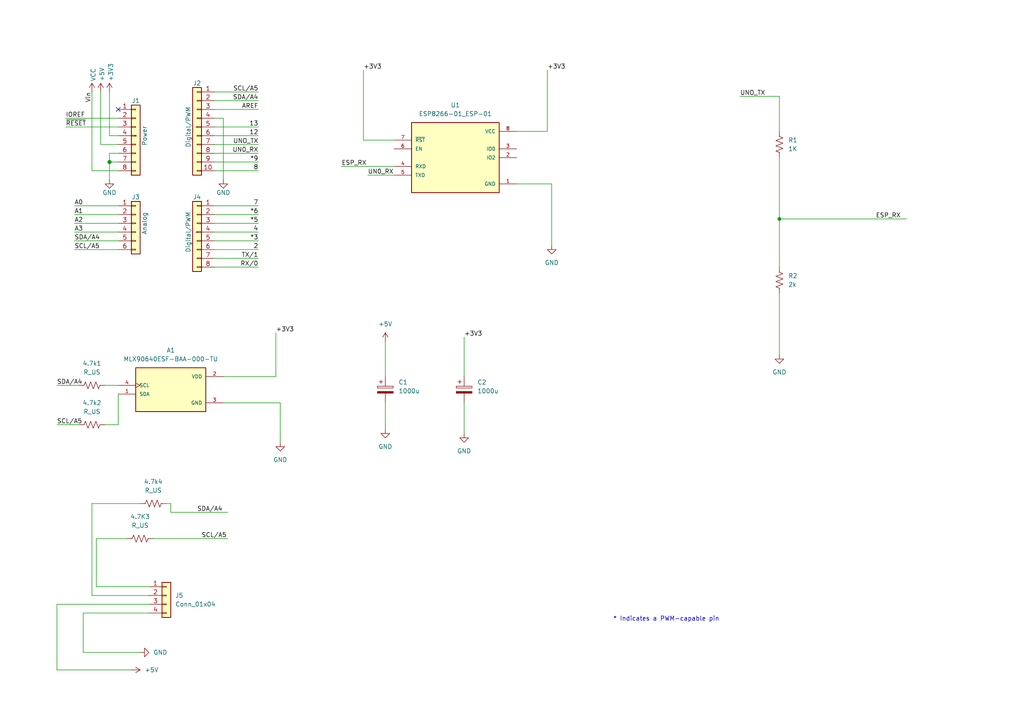
<source format=kicad_sch>
(kicad_sch (version 20230121) (generator eeschema)
  (paper "A4")
  (title_block (date "mar. 31 mars 2015"))
  (lib_symbols
    (symbol "Connector_Generic:Conn_01x04" (pin_names (offset 1.016) hide)
      (property "Reference" "J" (at 0 5.08 0))
      (property "Value" "Conn_01x04" (at 0 -7.62 0))
      (symbol "Conn_01x04_1_1"
        (rectangle (start -1.27 -4.953) (end 0 -5.207) (stroke (width 0.1524)))
        (rectangle (start -1.27 -2.413) (end 0 -2.667) (stroke (width 0.1524)))
        (rectangle (start -1.27 0.127) (end 0 -0.127) (stroke (width 0.1524)))
        (rectangle (start -1.27 2.667) (end 0 2.413) (stroke (width 0.1524)))
        (rectangle (start -1.27 3.81) (end 1.27 -6.35) (stroke (width 0.254)) (fill (type background)))
        (pin passive line (at -5.08 2.54 0) (length 3.81) (name "Pin_1") (number "1"))
        (pin passive line (at -5.08 0 0) (length 3.81) (name "Pin_2") (number "2"))
        (pin passive line (at -5.08 -2.54 0) (length 3.81) (name "Pin_3") (number "3"))
        (pin passive line (at -5.08 -5.08 0) (length 3.81) (name "Pin_4") (number "4"))
      )
    )
    (symbol "Connector_Generic:Conn_01x06" (pin_names (offset 1.016) hide)
      (property "Reference" "J" (at 0 7.62 0))
      (property "Value" "Conn_01x06" (at 0 -10.16 0))
      (symbol "Conn_01x06_1_1"
        (rectangle (start -1.27 -7.493) (end 0 -7.747) (stroke (width 0.1524)))
        (rectangle (start -1.27 -4.953) (end 0 -5.207) (stroke (width 0.1524)))
        (rectangle (start -1.27 -2.413) (end 0 -2.667) (stroke (width 0.1524)))
        (rectangle (start -1.27 0.127) (end 0 -0.127) (stroke (width 0.1524)))
        (rectangle (start -1.27 2.667) (end 0 2.413) (stroke (width 0.1524)))
        (rectangle (start -1.27 5.207) (end 0 4.953) (stroke (width 0.1524)))
        (rectangle (start -1.27 6.35) (end 1.27 -8.89) (stroke (width 0.254)) (fill (type background)))
        (pin passive line (at -5.08 5.08 0) (length 3.81) (name "Pin_1") (number "1"))
        (pin passive line (at -5.08 2.54 0) (length 3.81) (name "Pin_2") (number "2"))
        (pin passive line (at -5.08 0 0) (length 3.81) (name "Pin_3") (number "3"))
        (pin passive line (at -5.08 -2.54 0) (length 3.81) (name "Pin_4") (number "4"))
        (pin passive line (at -5.08 -5.08 0) (length 3.81) (name "Pin_5") (number "5"))
        (pin passive line (at -5.08 -7.62 0) (length 3.81) (name "Pin_6") (number "6"))
      )
    )
    (symbol "Connector_Generic:Conn_01x08" (pin_names (offset 1.016) hide)
      (property "Reference" "J" (at 0 10.16 0))
      (property "Value" "Conn_01x08" (at 0 -12.7 0))
      (symbol "Conn_01x08_1_1"
        (rectangle (start -1.27 -10.033) (end 0 -10.287) (stroke (width 0.1524)))
        (rectangle (start -1.27 -7.493) (end 0 -7.747) (stroke (width 0.1524)))
        (rectangle (start -1.27 -4.953) (end 0 -5.207) (stroke (width 0.1524)))
        (rectangle (start -1.27 -2.413) (end 0 -2.667) (stroke (width 0.1524)))
        (rectangle (start -1.27 0.127) (end 0 -0.127) (stroke (width 0.1524)))
        (rectangle (start -1.27 2.667) (end 0 2.413) (stroke (width 0.1524)))
        (rectangle (start -1.27 5.207) (end 0 4.953) (stroke (width 0.1524)))
        (rectangle (start -1.27 7.747) (end 0 7.493) (stroke (width 0.1524)))
        (rectangle (start -1.27 8.89) (end 1.27 -11.43) (stroke (width 0.254)) (fill (type background)))
        (pin passive line (at -5.08 7.62 0) (length 3.81) (name "Pin_1") (number "1"))
        (pin passive line (at -5.08 5.08 0) (length 3.81) (name "Pin_2") (number "2"))
        (pin passive line (at -5.08 2.54 0) (length 3.81) (name "Pin_3") (number "3"))
        (pin passive line (at -5.08 0 0) (length 3.81) (name "Pin_4") (number "4"))
        (pin passive line (at -5.08 -2.54 0) (length 3.81) (name "Pin_5") (number "5"))
        (pin passive line (at -5.08 -5.08 0) (length 3.81) (name "Pin_6") (number "6"))
        (pin passive line (at -5.08 -7.62 0) (length 3.81) (name "Pin_7") (number "7"))
        (pin passive line (at -5.08 -10.16 0) (length 3.81) (name "Pin_8") (number "8"))
      )
    )
    (symbol "Connector_Generic:Conn_01x10" (pin_names (offset 1.016) hide)
      (property "Reference" "J" (at 0 12.7 0))
      (property "Value" "Conn_01x10" (at 0 -15.24 0))
      (symbol "Conn_01x10_1_1"
        (rectangle (start -1.27 -12.573) (end 0 -12.827) (stroke (width 0.1524)))
        (rectangle (start -1.27 -10.033) (end 0 -10.287) (stroke (width 0.1524)))
        (rectangle (start -1.27 -7.493) (end 0 -7.747) (stroke (width 0.1524)))
        (rectangle (start -1.27 -4.953) (end 0 -5.207) (stroke (width 0.1524)))
        (rectangle (start -1.27 -2.413) (end 0 -2.667) (stroke (width 0.1524)))
        (rectangle (start -1.27 0.127) (end 0 -0.127) (stroke (width 0.1524)))
        (rectangle (start -1.27 2.667) (end 0 2.413) (stroke (width 0.1524)))
        (rectangle (start -1.27 5.207) (end 0 4.953) (stroke (width 0.1524)))
        (rectangle (start -1.27 7.747) (end 0 7.493) (stroke (width 0.1524)))
        (rectangle (start -1.27 10.287) (end 0 10.033) (stroke (width 0.1524)))
        (rectangle (start -1.27 11.43) (end 1.27 -13.97) (stroke (width 0.254)) (fill (type background)))
        (pin passive line (at -5.08 10.16 0) (length 3.81) (name "Pin_1") (number "1"))
        (pin passive line (at -5.08 -12.7 0) (length 3.81) (name "Pin_10") (number "10"))
        (pin passive line (at -5.08 7.62 0) (length 3.81) (name "Pin_2") (number "2"))
        (pin passive line (at -5.08 5.08 0) (length 3.81) (name "Pin_3") (number "3"))
        (pin passive line (at -5.08 2.54 0) (length 3.81) (name "Pin_4") (number "4"))
        (pin passive line (at -5.08 0 0) (length 3.81) (name "Pin_5") (number "5"))
        (pin passive line (at -5.08 -2.54 0) (length 3.81) (name "Pin_6") (number "6"))
        (pin passive line (at -5.08 -5.08 0) (length 3.81) (name "Pin_7") (number "7"))
        (pin passive line (at -5.08 -7.62 0) (length 3.81) (name "Pin_8") (number "8"))
        (pin passive line (at -5.08 -10.16 0) (length 3.81) (name "Pin_9") (number "9"))
      )
    )
    (symbol "Device:C_Polarized" (pin_numbers hide) (pin_names (offset 0.254))
      (property "Reference" "C" (at 0.635 2.54 0))
      (property "Value" "C_Polarized" (at 0.635 -2.54 0))
      (symbol "C_Polarized_0_1"
        (rectangle (start -2.286 0.508) (end 2.286 1.016))
        (polyline (pts (xy -1.778 2.286) (xy -0.762 2.286)))
        (polyline (pts (xy -1.27 2.794) (xy -1.27 1.778)))
        (rectangle (start 2.286 -0.508) (end -2.286 -1.016) (fill (type outline)))
      )
      (symbol "C_Polarized_1_1"
        (pin passive line (at 0 3.81 270) (length 2.794) (name "~") (number "1"))
        (pin passive line (at 0 -3.81 90) (length 2.794) (name "~") (number "2"))
      )
    )
    (symbol "Device:R_US" (pin_numbers hide) (pin_names (offset 0))
      (property "Reference" "R" (at 2.54 0 90))
      (property "Value" "R_US" (at -2.54 0 90))
      (symbol "R_US_0_1"
        (polyline (pts (xy 0 -2.286) (xy 0 -2.54)))
        (polyline (pts (xy 0 2.286) (xy 0 2.54)))
        (polyline (pts (xy 0 -0.762) (xy 1.016 -1.143) (xy 0 -1.524) (xy -1.016 -1.905) (xy 0 -2.286)))
        (polyline (pts (xy 0 0.762) (xy 1.016 0.381) (xy 0 0) (xy -1.016 -0.381) (xy 0 -0.762)))
        (polyline (pts (xy 0 2.286) (xy 1.016 1.905) (xy 0 1.524) (xy -1.016 1.143) (xy 0 0.762)))
      )
      (symbol "R_US_1_1"
        (pin passive line (at 0 3.81 270) (length 1.27) (name "~") (number "1"))
        (pin passive line (at 0 -3.81 90) (length 1.27) (name "~") (number "2"))
      )
    )
    (symbol "ESP8266-01_ESP-01:ESP8266-01_ESP-01" (pin_names (offset 1.016))
      (property "Reference" "U" (at -12.7094 10.6778 0))
      (property "Value" "ESP8266-01_ESP-01" (at -12.7131 -12.7131 0))
      (symbol "ESP8266-01_ESP-01_0_0"
        (rectangle (start -12.7 -10.16) (end 12.7 10.16) (stroke (width 0.254)) (fill (type background)))
        (pin power_in line (at 17.78 -7.62 180) (length 5.08) (name "GND") (number "1"))
        (pin bidirectional line (at 17.78 0 180) (length 5.08) (name "IO2") (number "2"))
        (pin bidirectional line (at 17.78 2.54 180) (length 5.08) (name "IO0") (number "3"))
        (pin input line (at -17.78 -2.54 0) (length 5.08) (name "RXD") (number "4"))
        (pin output line (at -17.78 -5.08 0) (length 5.08) (name "TXD") (number "5"))
        (pin input line (at -17.78 2.54 0) (length 5.08) (name "EN") (number "6"))
        (pin input line (at -17.78 5.08 0) (length 5.08) (name "~{RST}") (number "7"))
        (pin power_in line (at 17.78 7.62 180) (length 5.08) (name "VCC") (number "8"))
      )
    )
    (symbol "MLX90640ESF-BAA-000-TU:MLX90640ESF-BAA-000-TU" (pin_names (offset 1.016))
      (property "Reference" "A" (at -10.16 6.35 0))
      (property "Value" "MLX90640ESF-BAA-000-TU" (at -10.16 -8.89 0))
      (symbol "MLX90640ESF-BAA-000-TU_0_0"
        (rectangle (start -10.16 -7.62) (end 10.16 5.08) (stroke (width 0.254)) (fill (type background)))
        (pin bidirectional line (at -15.24 -2.54 0) (length 5.08) (name "SDA") (number "1"))
        (pin power_in line (at 15.24 2.54 180) (length 5.08) (name "VDD") (number "2"))
        (pin power_in line (at 15.24 -5.08 180) (length 5.08) (name "GND") (number "3"))
        (pin input clock (at -15.24 0 0) (length 5.08) (name "SCL") (number "4"))
      )
    )
    (symbol "power:+3V3" (power) (pin_names (offset 0))
      (property "Value" "+3V3" (at 0 3.556 0))
      (symbol "+3V3_0_1"
        (polyline (pts (xy -0.762 1.27) (xy 0 2.54)))
        (polyline (pts (xy 0 0) (xy 0 2.54)))
        (polyline (pts (xy 0 2.54) (xy 0.762 1.27)))
      )
      (symbol "+3V3_1_1"
        (pin power_in line (at 0 0 90) (length 0) hide (name "+3V3") (number "1"))
      )
    )
    (symbol "power:+5V" (power) (pin_names (offset 0))
      (property "Value" "+5V" (at 0 3.556 0))
      (symbol "+5V_0_1"
        (polyline (pts (xy -0.762 1.27) (xy 0 2.54)))
        (polyline (pts (xy 0 0) (xy 0 2.54)))
        (polyline (pts (xy 0 2.54) (xy 0.762 1.27)))
      )
      (symbol "+5V_1_1"
        (pin power_in line (at 0 0 90) (length 0) hide (name "+5V") (number "1"))
      )
    )
    (symbol "power:GND" (power) (pin_names (offset 0))
      (property "Value" "GND" (at 0 -3.81 0))
      (symbol "GND_0_1"
        (polyline (pts (xy 0 0) (xy 0 -1.27) (xy 1.27 -1.27) (xy 0 -2.54) (xy -1.27 -1.27) (xy 0 -1.27)))
      )
      (symbol "GND_1_1"
        (pin power_in line (at 0 0 270) (length 0) hide (name "GND") (number "1"))
      )
    )
    (symbol "power:VCC" (power) (pin_names (offset 0))
      (property "Value" "VCC" (at 0 3.81 0))
      (symbol "VCC_0_1"
        (polyline (pts (xy -0.762 1.27) (xy 0 2.54)))
        (polyline (pts (xy 0 0) (xy 0 2.54)))
        (polyline (pts (xy 0 2.54) (xy 0.762 1.27)))
      )
      (symbol "VCC_1_1"
        (pin power_in line (at 0 0 90) (length 0) hide (name "VCC") (number "1"))
      )
    )
  )
  (junction (at 226.06 63.5))
  (junction (at 31.75 46.99) (diameter 1.016))
  (no_connect (at 34.29 31.75))
  (wire (pts (xy 62.23 77.47) (xy 74.93 77.47)))
  (wire (pts (xy 27.94 170.18) (xy 27.94 156.21)))
  (wire (pts (xy 62.23 44.45) (xy 74.93 44.45)))
  (wire (pts (xy 43.18 177.8) (xy 24.13 177.8)))
  (wire (pts (xy 64.77 116.84) (xy 81.28 116.84)))
  (wire (pts (xy 149.86 53.34) (xy 160.02 53.34)))
  (wire (pts (xy 62.23 26.67) (xy 74.93 26.67)))
  (wire (pts (xy 16.51 111.76) (xy 22.86 111.76)))
  (wire (pts (xy 226.06 63.5) (xy 226.06 77.47)))
  (wire (pts (xy 24.13 177.8) (xy 24.13 189.23)))
  (wire (pts (xy 226.06 45.72) (xy 226.06 63.5)))
  (wire (pts (xy 31.75 44.45) (xy 31.75 46.99)))
  (wire (pts (xy 21.59 72.39) (xy 34.29 72.39)))
  (wire (pts (xy 34.29 123.19) (xy 30.48 123.19)))
  (wire (pts (xy 43.18 170.18) (xy 27.94 170.18)))
  (wire (pts (xy 31.75 46.99) (xy 31.75 52.07)))
  (wire (pts (xy 49.53 146.05) (xy 48.26 146.05)))
  (wire (pts (xy 49.53 148.59) (xy 49.53 146.05)))
  (wire (pts (xy 31.75 39.37) (xy 34.29 39.37)))
  (wire (pts (xy 29.21 41.91) (xy 34.29 41.91)))
  (wire (pts (xy 29.21 26.67) (xy 29.21 41.91)))
  (wire (pts (xy 149.86 38.1) (xy 158.75 38.1)))
  (wire (pts (xy 99.06 48.26) (xy 114.3 48.26)))
  (wire (pts (xy 160.02 53.34) (xy 160.02 71.12)))
  (wire (pts (xy 62.23 36.83) (xy 74.93 36.83)))
  (wire (pts (xy 81.28 116.84) (xy 81.28 128.27)))
  (wire (pts (xy 158.75 38.1) (xy 158.75 20.32)))
  (wire (pts (xy 31.75 26.67) (xy 31.75 39.37)))
  (wire (pts (xy 62.23 59.69) (xy 74.93 59.69)))
  (wire (pts (xy 34.29 59.69) (xy 21.59 59.69)))
  (wire (pts (xy 62.23 39.37) (xy 74.93 39.37)))
  (wire (pts (xy 16.51 175.26) (xy 16.51 194.31)))
  (wire (pts (xy 111.76 116.84) (xy 111.76 124.46)))
  (wire (pts (xy 62.23 62.23) (xy 74.93 62.23)))
  (wire (pts (xy 226.06 85.09) (xy 226.06 102.87)))
  (wire (pts (xy 62.23 46.99) (xy 74.93 46.99)))
  (wire (pts (xy 226.06 38.1) (xy 226.06 27.94)))
  (wire (pts (xy 214.63 27.94) (xy 226.06 27.94)))
  (wire (pts (xy 111.76 99.06) (xy 111.76 109.22)))
  (wire (pts (xy 62.23 67.31) (xy 74.93 67.31)))
  (wire (pts (xy 16.51 123.19) (xy 22.86 123.19)))
  (wire (pts (xy 44.45 156.21) (xy 66.04 156.21)))
  (wire (pts (xy 134.62 97.79) (xy 134.62 109.22)))
  (wire (pts (xy 19.05 34.29) (xy 34.29 34.29)))
  (wire (pts (xy 80.01 96.52) (xy 80.01 109.22)))
  (wire (pts (xy 64.77 109.22) (xy 80.01 109.22)))
  (wire (pts (xy 43.18 172.72) (xy 26.67 172.72)))
  (wire (pts (xy 34.29 114.3) (xy 34.29 123.19)))
  (wire (pts (xy 30.48 111.76) (xy 34.29 111.76)))
  (wire (pts (xy 64.77 34.29) (xy 64.77 52.07)))
  (wire (pts (xy 106.68 50.8) (xy 114.3 50.8)))
  (wire (pts (xy 62.23 31.75) (xy 74.93 31.75)))
  (wire (pts (xy 34.29 64.77) (xy 21.59 64.77)))
  (wire (pts (xy 19.05 36.83) (xy 34.29 36.83)))
  (wire (pts (xy 26.67 146.05) (xy 26.67 172.72)))
  (wire (pts (xy 34.29 46.99) (xy 31.75 46.99)))
  (wire (pts (xy 24.13 189.23) (xy 40.64 189.23)))
  (wire (pts (xy 34.29 49.53) (xy 26.67 49.53)))
  (wire (pts (xy 21.59 62.23) (xy 34.29 62.23)))
  (wire (pts (xy 27.94 156.21) (xy 36.83 156.21)))
  (wire (pts (xy 62.23 34.29) (xy 64.77 34.29)))
  (wire (pts (xy 34.29 44.45) (xy 31.75 44.45)))
  (wire (pts (xy 62.23 41.91) (xy 74.93 41.91)))
  (wire (pts (xy 62.23 64.77) (xy 74.93 64.77)))
  (wire (pts (xy 21.59 67.31) (xy 34.29 67.31)))
  (wire (pts (xy 26.67 146.05) (xy 40.64 146.05)))
  (wire (pts (xy 43.18 175.26) (xy 16.51 175.26)))
  (wire (pts (xy 62.23 29.21) (xy 74.93 29.21)))
  (wire (pts (xy 49.53 148.59) (xy 66.04 148.59)))
  (wire (pts (xy 226.06 63.5) (xy 262.89 63.5)))
  (wire (pts (xy 62.23 72.39) (xy 74.93 72.39)))
  (wire (pts (xy 62.23 69.85) (xy 74.93 69.85)))
  (wire (pts (xy 134.62 116.84) (xy 134.62 125.73)))
  (wire (pts (xy 105.41 40.64) (xy 114.3 40.64)))
  (wire (pts (xy 16.51 194.31) (xy 38.1 194.31)))
  (wire (pts (xy 62.23 74.93) (xy 74.93 74.93)))
  (wire (pts (xy 26.67 49.53) (xy 26.67 26.67)))
  (wire (pts (xy 105.41 20.32) (xy 105.41 40.64)))
  (wire (pts (xy 34.29 69.85) (xy 21.59 69.85)))
  (wire (pts (xy 62.23 49.53) (xy 74.93 49.53)))
  (text "* Indicates a PWM-capable pin" (at 177.8 180.34 0) (effects (font (size 1.27 1.27)) (justify left bottom)))
  (label "RX{slash}0" (at 74.93 77.47 180))
  (label "SDA{slash}A4" (at 16.51 111.76 0))
  (label "A2" (at 21.59 64.77 0))
  (label "4" (at 74.93 67.31 180))
  (label "2" (at 74.93 72.39 180))
  (label "A3" (at 21.59 67.31 0))
  (label "13" (at 74.93 36.83 180))
  (label "+3V3" (at 158.75 20.32 0))
  (label "12" (at 74.93 39.37 180))
  (label "ESP_RX" (at 99.06 48.26 0))
  (label "SDA{slash}A4" (at 57.15 148.59 0))
  (label "~{RESET}" (at 19.05 36.83 0))
  (label "+3V3" (at 134.62 97.79 0))
  (label "+3V3" (at 105.41 20.32 0))
  (label "UN0_RX" (at 74.93 44.45 180))
  (label "7" (at 74.93 59.69 180))
  (label "SDA{slash}A4" (at 74.93 29.21 180))
  (label "8" (at 74.93 49.53 180))
  (label "+3V3" (at 80.01 96.52 0))
  (label "UNO_TX" (at 74.93 41.91 180))
  (label "*3" (at 74.93 69.85 180))
  (label "A1" (at 21.59 62.23 0))
  (label "TX{slash}1" (at 74.93 74.93 180))
  (label "A0" (at 21.59 59.69 0))
  (label "AREF" (at 74.93 31.75 180))
  (label "SCL{slash}A5" (at 58.42 156.21 0))
  (label "UN0_RX" (at 106.68 50.8 0))
  (label "Vin" (at 26.67 26.67 270))
  (label "ESP_RX" (at 254 63.5 0))
  (label "*6" (at 74.93 62.23 180))
  (label "SCL{slash}A5" (at 74.93 26.67 180))
  (label "*9" (at 74.93 46.99 180))
  (label "UNO_TX" (at 214.63 27.94 0))
  (label "*5" (at 74.93 64.77 180))
  (label "SCL{slash}A5" (at 16.51 123.19 0))
  (label "IOREF" (at 19.05 34.29 0))
  (label "SDA{slash}A4" (at 21.59 69.85 0))
  (label "SCL{slash}A5" (at 21.59 72.39 0))
  (symbol (lib_id "Connector_Generic:Conn_01x08") (at 39.37 39.37 0) (unit 1)
    (property "Reference" "J1" (at 39.37 29.21 0))
    (property "Value" "Power" (at 41.91 39.37 90))
    (property "Footprint" "Connector_PinSocket_2.54mm:PinSocket_1x08_P2.54mm_Vertical" (effects hide))
    (property "Datasheet" "~" (at 39.37 39.37 0))
  )
  (symbol (lib_id "power:+3V3") (at 31.75 26.67 0) (unit 1)
    (property "Reference" "#PWR03" (effects hide))
    (property "Value" "+3.3V" (at 32.131 23.622 90) (effects (justify left)))
  )
  (symbol (lib_id "power:+5V") (at 29.21 26.67 0) (unit 1)
    (property "Reference" "#PWR02" (effects hide))
    (property "Value" "+5V" (at 29.5656 23.622 90) (effects (justify left)))
  )
  (symbol (lib_id "power:GND") (at 31.75 52.07 0) (unit 1)
    (property "Reference" "#PWR04" (effects hide))
    (property "Value" "GND" (at 31.75 55.88 0))
  )
  (symbol (lib_id "Connector_Generic:Conn_01x10") (at 57.15 36.83 0) (mirror y) (unit 1)
    (property "Reference" "J2" (at 57.15 24.13 0))
    (property "Value" "Digital/PWM" (at 54.61 36.83 90))
    (property "Footprint" "Connector_PinSocket_2.54mm:PinSocket_1x10_P2.54mm_Vertical" (effects hide))
    (property "Datasheet" "~" (at 57.15 36.83 0))
  )
  (symbol (lib_id "power:GND") (at 64.77 52.07 0) (unit 1)
    (property "Reference" "#PWR05" (effects hide))
    (property "Value" "GND" (at 64.77 55.88 0))
  )
  (symbol (lib_id "Connector_Generic:Conn_01x06") (at 39.37 64.77 0) (unit 1)
    (property "Reference" "J3" (at 39.37 57.15 0))
    (property "Value" "Analog" (at 41.91 64.77 90))
    (property "Footprint" "Connector_PinSocket_2.54mm:PinSocket_1x06_P2.54mm_Vertical" (effects hide))
  )
  (symbol (lib_id "Connector_Generic:Conn_01x08") (at 57.15 67.31 0) (mirror y) (unit 1)
    (property "Reference" "J4" (at 57.15 57.15 0))
    (property "Value" "Digital/PWM" (at 54.61 67.31 90))
    (property "Footprint" "Connector_PinSocket_2.54mm:PinSocket_1x08_P2.54mm_Vertical" (effects hide))
    (property "Datasheet" "~" (at 57.15 67.31 0))
  )
  (symbol (lib_id "MLX90640ESF-BAA-000-TU:MLX90640ESF-BAA-000-TU") (at 49.53 111.76 0) (unit 1)
    (property "Reference" "A1" (at 49.53 101.6 0))
    (property "Value" "MLX90640ESF-BAA-000-TU" (at 49.53 104.14 0))
    (property "Footprint" "MLX90640ESF-BAA-000-TU:TO292P930H600-4" (effects hide))
    (property "MF" "Melexis Technologies" (effects hide))
    (property "MAXIMUM_PACKAGE_HEIGHT" "6.0 mm" (effects hide))
    (property "Package" "TO-39-3 Melexis Technologies" (effects hide))
    (property "Price" "None" (effects hide))
    (property "Check_prices" "https://www.snapeda.com/parts/MLX90640ESF-BAA-000-TU/Melexis+Technologies+NV/view-part/?ref=eda" (effects hide))
    (property "STANDARD" "IPC-7351B" (effects hide))
    (property "PARTREV" "11" (effects hide))
    (property "SnapEDA_Link" "https://www.snapeda.com/parts/MLX90640ESF-BAA-000-TU/Melexis+Technologies+NV/view-part/?ref=snap" (effects hide))
    (property "MP" "MLX90640ESF-BAA-000-TU" (effects hide))
    (property "Description" "\nThermal Image Sensor 32H x 24V - TO-39\n" (effects hide))
    (property "Availability" "In Stock" (effects hide))
    (property "MANUFACTURER" "Melexis" (effects hide))
  )
  (symbol (lib_id "Device:R_US") (at 40.64 156.21 90) (unit 1)
    (property "Reference" "4.7K3" (at 40.64 149.86 90))
    (property "Value" "R_US" (at 40.64 152.4 90))
    (property "Footprint" "Resistor_THT:R_Axial_DIN0207_L6.3mm_D2.5mm_P10.16mm_Horizontal" (effects hide))
  )
  (symbol (lib_id "power:GND") (at 40.64 189.23 90) (unit 1)
    (property "Reference" "#PWR08" (effects hide))
    (property "Value" "GND" (at 44.45 189.23 90) (effects (justify right)))
  )
  (symbol (lib_id "Device:R_US") (at 226.06 41.91 0) (unit 1)
    (property "Reference" "R1" (at 228.6 40.64 0) (effects (justify left)))
    (property "Value" "1K" (at 228.6 43.18 0) (effects (justify left)))
    (property "Footprint" "Resistor_THT:R_Axial_DIN0207_L6.3mm_D2.5mm_P10.16mm_Horizontal" (effects hide))
  )
  (symbol (lib_id "power:GND") (at 111.76 124.46 0) (unit 1)
    (property "Reference" "#PWR010" (effects hide))
    (property "Value" "GND" (at 111.76 129.54 0))
  )
  (symbol (lib_id "power:GND") (at 226.06 102.87 0) (unit 1)
    (property "Reference" "#PWR016" (effects hide))
    (property "Value" "GND" (at 226.06 107.95 0))
  )
  (symbol (lib_id "Connector_Generic:Conn_01x04") (at 48.26 172.72 0) (unit 1)
    (property "Reference" "J5" (at 50.8 172.72 0) (effects (justify left)))
    (property "Value" "Conn_01x04" (at 50.8 175.26 0) (effects (justify left)))
    (property "Footprint" "Connector:NS-Tech_Grove_1x04_P2mm_Vertical" (effects hide))
  )
  (symbol (lib_id "power:VCC") (at 26.67 26.67 0) (unit 1)
    (property "Reference" "#PWR01" (effects hide))
    (property "Value" "VCC" (at 27.051 23.622 90) (effects (justify left)))
  )
  (symbol (lib_id "power:+5V") (at 38.1 194.31 270) (unit 1)
    (property "Reference" "#PWR06" (effects hide))
    (property "Value" "+5V" (at 41.91 194.31 90) (effects (justify left)))
  )
  (symbol (lib_id "Device:C_Polarized") (at 134.62 113.03 0) (unit 1)
    (property "Reference" "C2" (at 138.43 110.871 0) (effects (justify left)))
    (property "Value" "1000u" (at 138.43 113.411 0) (effects (justify left)))
    (property "Footprint" "Capacitor_THT:CP_Radial_D10.0mm_P5.00mm" (effects hide))
  )
  (symbol (lib_id "Device:R_US") (at 226.06 81.28 0) (unit 1)
    (property "Reference" "R2" (at 228.6 80.01 0) (effects (justify left)))
    (property "Value" "2k" (at 228.6 82.55 0) (effects (justify left)))
    (property "Footprint" "Resistor_THT:R_Axial_DIN0207_L6.3mm_D2.5mm_P10.16mm_Horizontal" (effects hide))
  )
  (symbol (lib_id "Device:R_US") (at 44.45 146.05 90) (unit 1)
    (property "Reference" "4.7k4" (at 44.45 139.7 90))
    (property "Value" "R_US" (at 44.45 142.24 90))
    (property "Footprint" "Resistor_THT:R_Axial_DIN0207_L6.3mm_D2.5mm_P10.16mm_Horizontal" (effects hide))
  )
  (symbol (lib_id "power:GND") (at 134.62 125.73 0) (unit 1)
    (property "Reference" "#PWR012" (effects hide))
    (property "Value" "GND" (at 134.62 130.81 0))
  )
  (symbol (lib_id "Device:R_US") (at 26.67 111.76 90) (unit 1)
    (property "Reference" "4.7k1" (at 26.67 105.41 90))
    (property "Value" "R_US" (at 26.67 107.95 90))
    (property "Footprint" "Resistor_THT:R_Axial_DIN0207_L6.3mm_D2.5mm_P10.16mm_Horizontal" (effects hide))
  )
  (symbol (lib_id "Device:C_Polarized") (at 111.76 113.03 0) (unit 1)
    (property "Reference" "C1" (at 115.57 110.871 0) (effects (justify left)))
    (property "Value" "1000u" (at 115.57 113.411 0) (effects (justify left)))
    (property "Footprint" "Capacitor_THT:CP_Radial_D10.0mm_P5.00mm" (effects hide))
  )
  (symbol (lib_id "power:GND") (at 81.28 128.27 0) (unit 1)
    (property "Reference" "#PWR07" (effects hide))
    (property "Value" "GND" (at 81.28 133.35 0))
  )
  (symbol (lib_id "Device:R_US") (at 26.67 123.19 90) (unit 1)
    (property "Reference" "4.7k2" (at 26.67 116.84 90))
    (property "Value" "R_US" (at 26.67 119.38 90))
    (property "Footprint" "Resistor_THT:R_Axial_DIN0207_L6.3mm_D2.5mm_P10.16mm_Horizontal" (effects hide))
  )
  (symbol (lib_id "ESP8266-01_ESP-01:ESP8266-01_ESP-01") (at 132.08 45.72 0) (unit 1)
    (property "Reference" "U1" (at 132.08 30.48 0))
    (property "Value" "ESP8266-01_ESP-01" (at 132.08 33.02 0))
    (property "Footprint" "ESP8266-01_ESP-01:XCVR_ESP8266-01_ESP-01" (effects hide))
    (property "MF" "AI-Thinker" (effects hide))
    (property "MAXIMUM_PACKAGE_HEIGHT" "11.2 mm" (effects hide))
    (property "Package" "Non-Standard AI-Thinker" (effects hide))
    (property "Price" "None" (effects hide))
    (property "Check_prices" "https://www.snapeda.com/parts/ESP8266-01/ESP-01/AI-Thinker/view-part/?ref=eda" (effects hide))
    (property "STANDARD" "Manufacturer recommendations or IPC 7351B" (effects hide))
    (property "PARTREV" "V1.2" (effects hide))
    (property "SnapEDA_Link" "https://www.snapeda.com/parts/ESP8266-01/ESP-01/AI-Thinker/view-part/?ref=snap" (effects hide))
    (property "MP" "ESP8266-01/ESP-01" (effects hide))
    (property "Description" "\nMakerFocus 4pcs ESP8266 ESP-01 Serial Wireless WiFi Transceiver Receiver Module 1MB SPI Flash DC3.0-3.6V Internet of Things WiFi Module Board Compatible with Ar duino\n" (effects hide))
    (property "Availability" "Not in stock" (effects hide))
    (property "MANUFACTURER" "AI-Thinker" (effects hide))
  )
  (symbol (lib_id "power:GND") (at 160.02 71.12 0) (unit 1)
    (property "Reference" "#PWR015" (effects hide))
    (property "Value" "GND" (at 160.02 76.2 0))
  )
  (symbol (lib_id "power:+5V") (at 111.76 99.06 0) (unit 1)
    (property "Reference" "#PWR09" (effects hide))
    (property "Value" "+5V" (at 111.76 93.98 0))
  )
)
</source>
